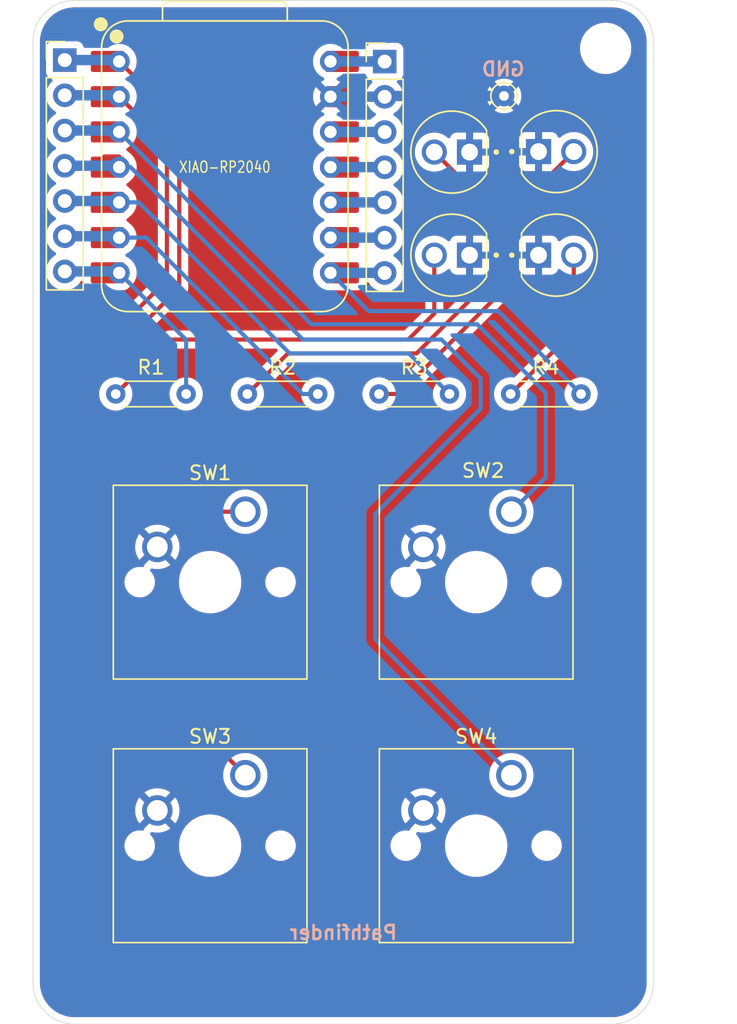
<source format=kicad_pcb>
(kicad_pcb (version 20241229) (generator "pcbnew") (generator_version "9.0")
  (title_block (title "GridCore") (company "Rainier P.S."))
  (layers (0 "F.Cu" signal) (2 "B.Cu" signal) (13 "F.Paste" user) (15 "B.Paste" user) (5 "F.SilkS" user "F.Silkscreen") (7 "B.SilkS" user "B.Silkscreen") (1 "F.Mask" user) (3 "B.Mask" user) (25 "Edge.Cuts" user))
  (net 0 "")
  (net 1 "Net-(D1-PadA)")
  (net 2 "GND")
  (net 3 "Net-(D2-PadA)")
  (net 4 "Net-(D3-PadA)")
  (net 5 "Net-(D4-PadA)")
  (net 6 "/LED1")
  (net 7 "/LED2")
  (net 8 "/LED3")
  (net 9 "/LED4")
  (net 10 "/Button1")
  (net 11 "/Button2")
  (net 12 "/Button3")
  (net 13 "/Button4")
  (net 14 "Net-(J2-Pin_5)")
  (net 15 "Net-(J2-Pin_4)")
  (net 16 "Net-(J2-Pin_3)")
  (net 17 "Net-(J2-Pin_1)")
  (net 18 "Net-(J2-Pin_6)")
  (footprint "Resistor_THT:R_Axial_DIN0204_L3.6mm_D1.6mm_P5.08mm_Horizontal" (layer "F.Cu") (at 148.1375 89.335)
    (property "Reference" "R2" (at 2.54 -1.92 0) (layer "F.SilkS"))
    (property "Value" "R")
    (fp_line (start 0.62 -0.92) (end 4.46 -0.92) (stroke (width 0.12)) (layer "F.SilkS"))
    (fp_line (start 0.62 0.92) (end 4.46 0.92) (stroke (width 0.12)) (layer "F.SilkS"))
    (pad "1" thru_hole circle (at 0 0) (size 1.4 1.4) (drill 0.7) (layers "*.Cu" "*.Mask") (net 3 "Net-(D2-PadA)"))
    (pad "2" thru_hole circle (at 5.08 0) (size 1.4 1.4) (drill 0.7) (layers "*.Cu" "*.Mask") (net 7 "/LED2"))
  )
  (footprint "Resistor_THT:R_Axial_DIN0204_L3.6mm_D1.6mm_P5.08mm_Horizontal" (layer "F.Cu") (at 138.6425 89.335)
    (property "Reference" "R1" (at 2.54 -1.92 0) (layer "F.SilkS"))
    (property "Value" "R")
    (fp_line (start 0.62 -0.92) (end 4.46 -0.92) (stroke (width 0.12)) (layer "F.SilkS"))
    (fp_line (start 0.62 0.92) (end 4.46 0.92) (stroke (width 0.12)) (layer "F.SilkS"))
    (pad "1" thru_hole circle (at 0 0) (size 1.4 1.4) (drill 0.7) (layers "*.Cu" "*.Mask") (net 1 "Net-(D1-PadA)"))
    (pad "2" thru_hole circle (at 5.08 0) (size 1.4 1.4) (drill 0.7) (layers "*.Cu" "*.Mask") (net 6 "/LED1"))
  )
  (footprint "Button_Switch_Keyboard:SW_Cherry_MX_1.00u_PCB" (layer "F.Cu") (at 167.1825 116.82)
    (property "Reference" "SW4" (at -2.54 -2.794 0) (layer "F.SilkS"))
    (property "Value" "SW_Push")
    (fp_line (start -9.525 -1.905) (end 4.445 -1.905) (stroke (width 0.12)) (layer "F.SilkS"))
    (fp_line (start -9.525 12.065) (end -9.525 -1.905) (stroke (width 0.12)) (layer "F.SilkS"))
    (fp_line (start 4.445 -1.905) (end 4.445 12.065) (stroke (width 0.12)) (layer "F.SilkS"))
    (fp_line (start 4.445 12.065) (end -9.525 12.065) (stroke (width 0.12)) (layer "F.SilkS"))
    (pad "" np_thru_hole circle (at -7.62 5.08) (size 1.7 1.7) (drill 1.7) (layers "*.Cu" "*.Mask"))
    (pad "" np_thru_hole circle (at -2.54 5.08) (size 4 4) (drill 4) (layers "*.Cu" "*.Mask"))
    (pad "" np_thru_hole circle (at 2.54 5.08) (size 1.7 1.7) (drill 1.7) (layers "*.Cu" "*.Mask"))
    (pad "1" thru_hole circle (at 0 0) (size 2.2 2.2) (drill 1.5) (layers "*.Cu" "*.Mask") (net 13 "/Button4"))
    (pad "2" thru_hole circle (at -6.35 2.54) (size 2.2 2.2) (drill 1.5) (layers "*.Cu" "*.Mask") (net 2 "GND"))
  )
  (footprint "Resistor_THT:R_Axial_DIN0204_L3.6mm_D1.6mm_P5.08mm_Horizontal" (layer "F.Cu") (at 157.6375 89.335)
    (property "Reference" "R3" (at 2.54 -1.92 0) (layer "F.SilkS"))
    (property "Value" "R")
    (fp_line (start 0.62 -0.92) (end 4.46 -0.92) (stroke (width 0.12)) (layer "F.SilkS"))
    (fp_line (start 0.62 0.92) (end 4.46 0.92) (stroke (width 0.12)) (layer "F.SilkS"))
    (pad "1" thru_hole circle (at 0 0) (size 1.4 1.4) (drill 0.7) (layers "*.Cu" "*.Mask") (net 4 "Net-(D3-PadA)"))
    (pad "2" thru_hole circle (at 5.08 0) (size 1.4 1.4) (drill 0.7) (layers "*.Cu" "*.Mask") (net 8 "/LED3"))
  )
  (footprint "Footprints:LEDRD254W57D500H1070" (layer "F.Cu") (at 170.4125 79.325106)
    (property "Reference" "D4" (hide yes))
    (property "Value" "L08R5000Q1")
    (fp_line (start -2.5 -1.566) (end -2.5 1.566) (stroke (width 0.127)) (layer "F.SilkS"))
    (fp_arc (start -2.5 -1.566) (mid 2.961291 0) (end -2.5 1.566) (stroke (width 0.127)) (layer "F.SilkS"))
    (fp_circle (center -3.2 0) (end -3.1 0) (stroke (width 0.2)) (fill no) (layer "F.SilkS"))
    (pad "A" thru_hole circle (at 1.27 0) (size 1.815 1.815) (drill 1.21) (layers "*.Cu" "*.Mask") (net 5 "Net-(D4-PadA)"))
    (pad "C" thru_hole rect (at -1.27 0) (size 1.815 1.815) (drill 1.21) (layers "*.Cu" "*.Mask") (net 2 "GND"))
  )
  (footprint "Resistor_THT:R_Axial_DIN0204_L3.6mm_D1.6mm_P5.08mm_Horizontal" (layer "F.Cu") (at 167.1275 89.335)
    (property "Reference" "R4" (at 2.54 -1.92 0) (layer "F.SilkS"))
    (property "Value" "R")
    (fp_line (start 0.62 -0.92) (end 4.46 -0.92) (stroke (width 0.12)) (layer "F.SilkS"))
    (fp_line (start 0.62 0.92) (end 4.46 0.92) (stroke (width 0.12)) (layer "F.SilkS"))
    (pad "1" thru_hole circle (at 0 0) (size 1.4 1.4) (drill 0.7) (layers "*.Cu" "*.Mask") (net 5 "Net-(D4-PadA)"))
    (pad "2" thru_hole circle (at 5.08 0) (size 1.4 1.4) (drill 0.7) (layers "*.Cu" "*.Mask") (net 9 "/LED4"))
  )
  (footprint "Footprints:XIAO-RP2040-DIP" (layer "F.Cu") (at 146.5125 72.98)
    (property "Reference" "XIAO-RP2040" (at 0 0 0) (layer "F.SilkS") (effects (font (size 0.8 0.635) (thickness 0.1016))))
    (property "Value" "XIAO-RP2040-DIP")
    (fp_line (start -8.89 8.509) (end -8.89 -8.636) (stroke (width 0.127)) (layer "F.SilkS"))
    (fp_line (start -6.985 10.414) (end 6.985 10.414) (stroke (width 0.127)) (layer "F.SilkS"))
    (fp_line (start -4.495 -10.541) (end -4.491272 -11.451272) (stroke (width 0.127)) (layer "F.SilkS"))
    (fp_line (start -3.991272 -11.951) (end 4.004 -11.951) (stroke (width 0.127)) (layer "F.SilkS"))
    (fp_line (start 4.504 -11.451) (end 4.504 -10.541) (stroke (width 0.127)) (layer "F.SilkS"))
    (fp_line (start 6.985 -10.541) (end -6.985 -10.541) (stroke (width 0.1)) (layer "F.SilkS"))
    (fp_line (start 6.985 -10.541) (end -6.985 -10.541) (stroke (width 0.127)) (layer "F.SilkS"))
    (fp_line (start 8.89 8.509) (end 8.89 -8.636) (stroke (width 0.127)) (layer "F.SilkS"))
    (fp_arc (start -8.89 -8.636) (mid -8.332038 -9.983038) (end -6.985 -10.541) (stroke (width 0.127)) (layer "F.SilkS"))
    (fp_arc (start -6.985 10.414) (mid -8.332038 9.856038) (end -8.89 8.509) (stroke (width 0.127)) (layer "F.SilkS"))
    (fp_arc (start -4.491272 -11.451272) (mid -4.344728 -11.80464) (end -3.991272 -11.951) (stroke (width 0.127)) (layer "F.SilkS"))
    (fp_arc (start 4.004 -11.951) (mid 4.357553 -11.804553) (end 4.504 -11.451) (stroke (width 0.127)) (layer "F.SilkS"))
    (fp_arc (start 6.985 -10.541) (mid 8.332038 -9.983038) (end 8.89 -8.636) (stroke (width 0.127)) (layer "F.SilkS"))
    (fp_arc (start 8.89 8.509) (mid 8.332038 9.856038) (end 6.985 10.414) (stroke (width 0.127)) (layer "F.SilkS"))
    (fp_circle (center -8.95 -10.3) (end -8.95 -10.554) (stroke (width 0.5)) (fill yes) (layer "F.SilkS"))
    (fp_circle (center -7.807 -9.42) (end -7.807 -9.674) (stroke (width 0.5)) (fill yes) (layer "F.SilkS"))
    (pad "1" smd roundrect (at -8.455 -7.62 180) (size 2.432 1.524) (layers "F.Cu" "F.Mask") (roundrect_rratio 0.1) (net 10 "/Button1"))
    (pad "1" thru_hole circle (at -7.62 -7.62 180) (size 1.524 1.524) (drill 0.889) (layers "*.Cu" "*.Mask") (net 10 "/Button1"))
    (pad "2" smd roundrect (at -8.455 -5.08 180) (size 2.432 1.524) (layers "F.Cu" "F.Mask") (roundrect_rratio 0.1) (net 12 "/Button3"))
    (pad "2" thru_hole circle (at -7.62 -5.08 180) (size 1.524 1.524) (drill 0.889) (layers "*.Cu" "*.Mask") (net 12 "/Button3"))
    (pad "3" smd roundrect (at -8.455 -2.54 180) (size 2.432 1.524) (layers "F.Cu" "F.Mask") (roundrect_rratio 0.1) (net 11 "/Button2"))
    (pad "3" thru_hole circle (at -7.62 -2.54 180) (size 1.524 1.524) (drill 0.889) (layers "*.Cu" "*.Mask") (net 11 "/Button2"))
    (pad "4" smd roundrect (at -8.455 0 180) (size 2.432 1.524) (layers "F.Cu" "F.Mask") (roundrect_rratio 0.1) (net 13 "/Button4"))
    (pad "4" thru_hole circle (at -7.62 0 180) (size 1.524 1.524) (drill 0.889) (layers "*.Cu" "*.Mask") (net 13 "/Button4"))
    (pad "5" smd roundrect (at -8.455 2.54 180) (size 2.432 1.524) (layers "F.Cu" "F.Mask") (roundrect_rratio 0.1) (net 8 "/LED3"))
    (pad "5" thru_hole circle (at -7.62 2.54 180) (size 1.524 1.524) (drill 0.889) (layers "*.Cu" "*.Mask") (net 8 "/LED3"))
    (pad "6" smd roundrect (at -8.455 5.08 180) (size 2.432 1.524) (layers "F.Cu" "F.Mask") (roundrect_rratio 0.1) (net 7 "/LED2"))
    (pad "6" thru_hole circle (at -7.62 5.08 180) (size 1.524 1.524) (drill 0.889) (layers "*.Cu" "*.Mask") (net 7 "/LED2"))
    (pad "7" smd roundrect (at -8.455 7.62 180) (size 2.432 1.524) (layers "F.Cu" "F.Mask") (roundrect_rratio 0.1) (net 6 "/LED1"))
    (pad "7" thru_hole circle (at -7.62 7.62 180) (size 1.524 1.524) (drill 0.889) (layers "*.Cu" "*.Mask") (net 6 "/LED1"))
    (pad "8" thru_hole circle (at 7.62 7.62) (size 1.524 1.524) (drill 0.889) (layers "*.Cu" "*.Mask") (net 9 "/LED4"))
    (pad "8" smd roundrect (at 8.455 7.62) (size 2.432 1.524) (layers "F.Cu" "F.Mask") (roundrect_rratio 0.1) (net 9 "/LED4"))
    (pad "9" thru_hole circle (at 7.62 5.08) (size 1.524 1.524) (drill 0.889) (layers "*.Cu" "*.Mask") (net 18 "Net-(J2-Pin_6)"))
    (pad "9" smd roundrect (at 8.455 5.08) (size 2.432 1.524) (layers "F.Cu" "F.Mask") (roundrect_rratio 0.1) (net 18 "Net-(J2-Pin_6)"))
    (pad "10" thru_hole circle (at 7.62 2.54) (size 1.524 1.524) (drill 0.889) (layers "*.Cu" "*.Mask") (net 14 "Net-(J2-Pin_5)"))
    (pad "10" smd roundrect (at 8.455 2.54) (size 2.432 1.524) (layers "F.Cu" "F.Mask") (roundrect_rratio 0.1) (net 14 "Net-(J2-Pin_5)"))
    (pad "11" thru_hole circle (at 7.62 0) (size 1.524 1.524) (drill 0.889) (layers "*.Cu" "*.Mask") (net 15 "Net-(J2-Pin_4)"))
    (pad "11" smd roundrect (at 8.455 0) (size 2.432 1.524) (layers "F.Cu" "F.Mask") (roundrect_rratio 0.1) (net 15 "Net-(J2-Pin_4)"))
    (pad "12" thru_hole circle (at 7.62 -2.54) (size 1.524 1.524) (drill 0.889) (layers "*.Cu" "*.Mask") (net 16 "Net-(J2-Pin_3)"))
    (pad "12" smd roundrect (at 8.455 -2.54) (size 2.432 1.524) (layers "F.Cu" "F.Mask") (roundrect_rratio 0.1) (net 16 "Net-(J2-Pin_3)"))
    (pad "13" thru_hole circle (at 7.62 -5.08) (size 1.524 1.524) (drill 0.889) (layers "*.Cu" "*.Mask") (net 2 "GND"))
    (pad "13" smd roundrect (at 8.455 -5.08) (size 2.432 1.524) (layers "F.Cu" "F.Mask") (roundrect_rratio 0.1) (net 2 "GND"))
    (pad "14" thru_hole circle (at 7.62 -7.62) (size 1.524 1.524) (drill 0.889) (layers "*.Cu" "*.Mask") (net 17 "Net-(J2-Pin_1)"))
    (pad "14" smd roundrect (at 8.455 -7.62) (size 2.432 1.524) (layers "F.Cu" "F.Mask") (roundrect_rratio 0.1) (net 17 "Net-(J2-Pin_1)"))
  )
  (footprint "Footprints:LEDRD254W57D500H1070" (layer "F.Cu") (at 162.8925 79.325106 180)
    (property "Reference" "D1" (hide yes))
    (property "Value" "L08R5000Q1")
    (fp_line (start -2.5 -1.566) (end -2.5 1.566) (stroke (width 0.127)) (layer "F.SilkS"))
    (fp_arc (start -2.5 -1.566) (mid 2.961291 0) (end -2.5 1.566) (stroke (width 0.127)) (layer "F.SilkS"))
    (fp_circle (center -3.2 0) (end -3.1 0) (stroke (width 0.2)) (fill no) (layer "F.SilkS"))
    (pad "A" thru_hole circle (at 1.27 0 180) (size 1.815 1.815) (drill 1.21) (layers "*.Cu" "*.Mask") (net 1 "Net-(D1-PadA)"))
    (pad "C" thru_hole rect (at -1.27 0 180) (size 1.815 1.815) (drill 1.21) (layers "*.Cu" "*.Mask") (net 2 "GND"))
  )
  (footprint "MountingHole:MountingHole_3.2mm_M3" (layer "F.Cu") (at 173.9825 64.42)
    (property "Reference" "REF**" (hide yes))
    (property "Value" "MountingHole_3.2mm_M3")
    (pad "" np_thru_hole circle (at 0 0) (size 3.2 3.2) (drill 3.2) (layers "*.Cu" "*.Mask"))
  )
  (footprint "Footprints:LEDRD254W57D500H1070" (layer "F.Cu") (at 162.8925 71.894894 180)
    (property "Reference" "D2" (hide yes))
    (property "Value" "L08R5000Q1")
    (fp_line (start -2.5 -1.566) (end -2.5 1.566) (stroke (width 0.127)) (layer "F.SilkS"))
    (fp_arc (start -2.5 -1.566) (mid 2.961291 0) (end -2.5 1.566) (stroke (width 0.127)) (layer "F.SilkS"))
    (fp_circle (center -3.2 0) (end -3.1 0) (stroke (width 0.2)) (fill no) (layer "F.SilkS"))
    (pad "A" thru_hole circle (at 1.27 0 180) (size 1.815 1.815) (drill 1.21) (layers "*.Cu" "*.Mask") (net 3 "Net-(D2-PadA)"))
    (pad "C" thru_hole rect (at -1.27 0 180) (size 1.815 1.815) (drill 1.21) (layers "*.Cu" "*.Mask") (net 2 "GND"))
  )
  (footprint "Button_Switch_Keyboard:SW_Cherry_MX_1.00u_PCB" (layer "F.Cu") (at 167.1825 97.82)
    (property "Reference" "SW2" (at -2.04 -2.96 0) (layer "F.SilkS"))
    (property "Value" "SW_Push")
    (fp_line (start -9.525 -1.905) (end 4.445 -1.905) (stroke (width 0.12)) (layer "F.SilkS"))
    (fp_line (start -9.525 12.065) (end -9.525 -1.905) (stroke (width 0.12)) (layer "F.SilkS"))
    (fp_line (start 4.445 -1.905) (end 4.445 12.065) (stroke (width 0.12)) (layer "F.SilkS"))
    (fp_line (start 4.445 12.065) (end -9.525 12.065) (stroke (width 0.12)) (layer "F.SilkS"))
    (pad "" np_thru_hole circle (at -7.62 5.08) (size 1.7 1.7) (drill 1.7) (layers "*.Cu" "*.Mask"))
    (pad "" np_thru_hole circle (at -2.54 5.08) (size 4 4) (drill 4) (layers "*.Cu" "*.Mask"))
    (pad "" np_thru_hole circle (at 2.54 5.08) (size 1.7 1.7) (drill 1.7) (layers "*.Cu" "*.Mask"))
    (pad "1" thru_hole circle (at 0 0) (size 2.2 2.2) (drill 1.5) (layers "*.Cu" "*.Mask") (net 11 "/Button2"))
    (pad "2" thru_hole circle (at -6.35 2.54) (size 2.2 2.2) (drill 1.5) (layers "*.Cu" "*.Mask") (net 2 "GND"))
  )
  (footprint "TestPoint:TestPoint_THTPad_D1.5mm_Drill0.7mm" (layer "F.Cu") (at 166.65 67.85)
    (property "Reference" "J3" (hide yes))
    (property "Value" "Conn_01x01")
    (fp_circle (center 0 0) (end 0 0.95) (stroke (width 0.12)) (fill no) (layer "F.SilkS"))
    (pad "1" thru_hole circle (at 0 0) (size 1.5 1.5) (drill 0.7) (layers "*.Cu" "*.Mask") (net 2 "GND"))
  )
  (footprint "Footprints:PinHeader_1x07_P2.54mm_Vertical" (layer "F.Cu") (at 134.9675 65.26)
    (property "Reference" "J1" (hide yes))
    (property "Value" "Conn_01x07")
    (fp_line (start -1.33 -1.33) (end 0 -1.33) (stroke (width 0.12)) (layer "F.SilkS"))
    (fp_line (start -1.33 0) (end -1.33 -1.33) (stroke (width 0.12)) (layer "F.SilkS"))
    (fp_line (start -1.33 1.27) (end -1.33 16.57) (stroke (width 0.12)) (layer "F.SilkS"))
    (fp_line (start -1.33 1.27) (end 1.33 1.27) (stroke (width 0.12)) (layer "F.SilkS"))
    (fp_line (start -1.33 16.57) (end 1.33 16.57) (stroke (width 0.12)) (layer "F.SilkS"))
    (fp_line (start 1.33 1.27) (end 1.33 16.57) (stroke (width 0.12)) (layer "F.SilkS"))
    (pad "1" thru_hole rect (at 0 0) (size 1.7 1.7) (drill 1) (layers "*.Cu" "*.Mask") (net 10 "/Button1"))
    (pad "2" thru_hole oval (at 0 2.54) (size 1.7 1.7) (drill 1) (layers "*.Cu" "*.Mask") (net 12 "/Button3"))
    (pad "3" thru_hole oval (at 0 5.08) (size 1.7 1.7) (drill 1) (layers "*.Cu" "*.Mask") (net 11 "/Button2"))
    (pad "4" thru_hole oval (at 0 7.62) (size 1.7 1.7) (drill 1) (layers "*.Cu" "*.Mask") (net 13 "/Button4"))
    (pad "5" thru_hole oval (at 0 10.16) (size 1.7 1.7) (drill 1) (layers "*.Cu" "*.Mask") (net 8 "/LED3"))
    (pad "6" thru_hole oval (at 0 12.7) (size 1.7 1.7) (drill 1) (layers "*.Cu" "*.Mask") (net 7 "/LED2"))
    (pad "7" thru_hole oval (at 0 15.24) (size 1.7 1.7) (drill 1) (layers "*.Cu" "*.Mask") (net 6 "/LED1"))
  )
  (footprint "Footprints:PinHeader_1x07_P2.54mm_Vertical" (layer "F.Cu") (at 158.0425 65.37)
    (property "Reference" "J2" (hide yes))
    (property "Value" "Conn_01x07")
    (fp_line (start -1.33 -1.33) (end 0 -1.33) (stroke (width 0.12)) (layer "F.SilkS"))
    (fp_line (start -1.33 0) (end -1.33 -1.33) (stroke (width 0.12)) (layer "F.SilkS"))
    (fp_line (start -1.33 1.27) (end -1.33 16.57) (stroke (width 0.12)) (layer "F.SilkS"))
    (fp_line (start -1.33 1.27) (end 1.33 1.27) (stroke (width 0.12)) (layer "F.SilkS"))
    (fp_line (start -1.33 16.57) (end 1.33 16.57) (stroke (width 0.12)) (layer "F.SilkS"))
    (fp_line (start 1.33 1.27) (end 1.33 16.57) (stroke (width 0.12)) (layer "F.SilkS"))
    (pad "1" thru_hole rect (at 0 0) (size 1.7 1.7) (drill 1) (layers "*.Cu" "*.Mask") (net 17 "Net-(J2-Pin_1)"))
    (pad "2" thru_hole oval (at 0 2.54) (size 1.7 1.7) (drill 1) (layers "*.Cu" "*.Mask") (net 2 "GND"))
    (pad "3" thru_hole oval (at 0 5.08) (size 1.7 1.7) (drill 1) (layers "*.Cu" "*.Mask") (net 16 "Net-(J2-Pin_3)"))
    (pad "4" thru_hole oval (at 0 7.62) (size 1.7 1.7) (drill 1) (layers "*.Cu" "*.Mask") (net 15 "Net-(J2-Pin_4)"))
    (pad "5" thru_hole oval (at 0 10.16) (size 1.7 1.7) (drill 1) (layers "*.Cu" "*.Mask") (net 14 "Net-(J2-Pin_5)"))
    (pad "6" thru_hole oval (at 0 12.7) (size 1.7 1.7) (drill 1) (layers "*.Cu" "*.Mask") (net 18 "Net-(J2-Pin_6)"))
    (pad "7" thru_hole oval (at 0 15.24) (size 1.7 1.7) (drill 1) (layers "*.Cu" "*.Mask") (net 9 "/LED4"))
  )
  (footprint "Button_Switch_Keyboard:SW_Cherry_MX_1.00u_PCB" (layer "F.Cu") (at 147.9925 97.82)
    (property "Reference" "SW1" (at -2.54 -2.794 0) (layer "F.SilkS"))
    (property "Value" "SW_Push")
    (fp_line (start -9.525 -1.905) (end 4.445 -1.905) (stroke (width 0.12)) (layer "F.SilkS"))
    (fp_line (start -9.525 12.065) (end -9.525 -1.905) (stroke (width 0.12)) (layer "F.SilkS"))
    (fp_line (start 4.445 -1.905) (end 4.445 12.065) (stroke (width 0.12)) (layer "F.SilkS"))
    (fp_line (start 4.445 12.065) (end -9.525 12.065) (stroke (width 0.12)) (layer "F.SilkS"))
    (pad "" np_thru_hole circle (at -7.62 5.08) (size 1.7 1.7) (drill 1.7) (layers "*.Cu" "*.Mask"))
    (pad "" np_thru_hole circle (at -2.54 5.08) (size 4 4) (drill 4) (layers "*.Cu" "*.Mask"))
    (pad "" np_thru_hole circle (at 2.54 5.08) (size 1.7 1.7) (drill 1.7) (layers "*.Cu" "*.Mask"))
    (pad "1" thru_hole circle (at 0 0) (size 2.2 2.2) (drill 1.5) (layers "*.Cu" "*.Mask") (net 10 "/Button1"))
    (pad "2" thru_hole circle (at -6.35 2.54) (size 2.2 2.2) (drill 1.5) (layers "*.Cu" "*.Mask") (net 2 "GND"))
  )
  (footprint "Footprints:LEDRD254W57D500H1070" (layer "F.Cu") (at 170.4125 71.86)
    (property "Reference" "D3" (hide yes))
    (property "Value" "L08R5000Q1")
    (fp_line (start -2.5 -1.566) (end -2.5 1.566) (stroke (width 0.127)) (layer "F.SilkS"))
    (fp_arc (start -2.5 -1.566) (mid 2.961291 0) (end -2.5 1.566) (stroke (width 0.127)) (layer "F.SilkS"))
    (fp_circle (center -3.2 0) (end -3.1 0) (stroke (width 0.2)) (fill no) (layer "F.SilkS"))
    (pad "A" thru_hole circle (at 1.27 0) (size 1.815 1.815) (drill 1.21) (layers "*.Cu" "*.Mask") (net 4 "Net-(D3-PadA)"))
    (pad "C" thru_hole rect (at -1.27 0) (size 1.815 1.815) (drill 1.21) (layers "*.Cu" "*.Mask") (net 2 "GND"))
  )
  (footprint "Button_Switch_Keyboard:SW_Cherry_MX_1.00u_PCB" (layer "F.Cu") (at 147.9925 116.82)
    (property "Reference" "SW3" (at -2.54 -2.794 0) (layer "F.SilkS"))
    (property "Value" "SW_Push")
    (fp_line (start -9.525 -1.905) (end 4.445 -1.905) (stroke (width 0.12)) (layer "F.SilkS"))
    (fp_line (start -9.525 12.065) (end -9.525 -1.905) (stroke (width 0.12)) (layer "F.SilkS"))
    (fp_line (start 4.445 -1.905) (end 4.445 12.065) (stroke (width 0.12)) (layer "F.SilkS"))
    (fp_line (start 4.445 12.065) (end -9.525 12.065) (stroke (width 0.12)) (layer "F.SilkS"))
    (pad "" np_thru_hole circle (at -7.62 5.08) (size 1.7 1.7) (drill 1.7) (layers "*.Cu" "*.Mask"))
    (pad "" np_thru_hole circle (at -2.54 5.08) (size 4 4) (drill 4) (layers "*.Cu" "*.Mask"))
    (pad "" np_thru_hole circle (at 2.54 5.08) (size 1.7 1.7) (drill 1.7) (layers "*.Cu" "*.Mask"))
    (pad "1" thru_hole circle (at 0 0) (size 2.2 2.2) (drill 1.5) (layers "*.Cu" "*.Mask") (net 12 "/Button3"))
    (pad "2" thru_hole circle (at -6.35 2.54) (size 2.2 2.2) (drill 1.5) (layers "*.Cu" "*.Mask") (net 2 "GND"))
  )
  (gr_arc (start 174.4425 60.96) (mid 176.56382 61.83868) (end 177.4425 63.96) (stroke (width 0.05)) (layer "Edge.Cuts"))
  (gr_line (start 174.4425 134.76) (end 135.6725 134.76) (stroke (width 0.05)) (layer "Edge.Cuts"))
  (gr_line (start 135.6725 60.96) (end 174.4425 60.96) (stroke (width 0.05)) (layer "Edge.Cuts"))
  (gr_line (start 132.6725 131.76) (end 132.6725 63.96) (stroke (width 0.05)) (layer "Edge.Cuts"))
  (gr_arc (start 135.6725 134.76) (mid 133.55118 133.88132) (end 132.6725 131.76) (stroke (width 0.05)) (layer "Edge.Cuts"))
  (gr_arc (start 132.6725 63.96) (mid 133.55118 61.83868) (end 135.6725 60.96) (stroke (width 0.05)) (layer "Edge.Cuts"))
  (gr_arc (start 177.4425 131.76) (mid 176.56382 133.88132) (end 174.4425 134.76) (stroke (width 0.05)) (layer "Edge.Cuts"))
  (gr_line (start 177.4425 63.96) (end 177.4425 131.76) (stroke (width 0.05)) (layer "Edge.Cuts"))
  (gr_text "Pathfinder" (at 159.05 128.75 0) (layer "B.SilkS") (effects (font (size 1 1) (thickness 0.2) (bold yes)) (justify left bottom mirror)))
  (gr_text "GND" (at 168.25 66.5 0) (layer "B.SilkS") (effects (font (size 1 1) (thickness 0.2) (bold yes)) (justify left bottom mirror)))
  (segment (start 142.5675 85.41) (end 159.7425 85.41) (width 0.3) (layer "F.Cu") (net 1))
  (segment (start 161.6225 83.53) (end 161.6225 79.325106) (width 0.3) (layer "F.Cu") (net 1))
  (segment (start 159.7425 85.41) (end 161.6225 83.53) (width 0.3) (layer "F.Cu") (net 1))
  (segment (start 138.6425 89.335) (end 142.5675 85.41) (width 0.3) (layer "F.Cu") (net 1))
  (segment (start 169.1425 79.325106) (end 169.1425 71.86) (width 0.5) (layer "B.Cu") (net 2))
  (segment (start 169.1425 70.3425) (end 166.65 67.85) (width 0.5) (layer "B.Cu") (net 2))
  (segment (start 164.1625 79.325106) (end 169.1425 79.325106) (width 0.5) (layer "B.Cu") (net 2))
  (segment (start 169.1425 71.86) (end 169.1425 70.3425) (width 0.5) (layer "B.Cu") (net 2))
  (segment (start 158.0325 67.9) (end 158.0425 67.91) (width 0.75) (layer "B.Cu") (net 2))
  (segment (start 169.107606 71.894894) (end 169.1425 71.86) (width 0.5) (layer "B.Cu") (net 2))
  (segment (start 164.1625 71.894894) (end 164.1625 79.325106) (width 0.5) (layer "B.Cu") (net 2))
  (segment (start 166.65 67.85) (end 158.1025 67.85) (width 0.75) (layer "B.Cu") (net 2))
  (segment (start 154.1325 67.9) (end 158.0325 67.9) (width 0.75) (layer "B.Cu") (net 2))
  (segment (start 164.1625 70.3375) (end 166.65 67.85) (width 0.5) (layer "B.Cu") (net 2))
  (segment (start 164.1625 71.894894) (end 164.1625 70.3375) (width 0.5) (layer "B.Cu") (net 2))
  (segment (start 158.1025 67.85) (end 158.0425 67.91) (width 0.75) (layer "B.Cu") (net 2))
  (segment (start 164.1625 71.894894) (end 169.107606 71.894894) (width 0.5) (layer "B.Cu") (net 2))
  (segment (start 166.1425 80.61) (end 166.1425 76.414894) (width 0.3) (layer "F.Cu") (net 3))
  (segment (start 148.1375 89.335) (end 151.0625 86.41) (width 0.3) (layer "F.Cu") (net 3))
  (segment (start 160.3425 86.41) (end 166.1425 80.61) (width 0.3) (layer "F.Cu") (net 3))
  (segment (start 151.0625 86.41) (end 160.3425 86.41) (width 0.3) (layer "F.Cu") (net 3))
  (segment (start 166.1425 76.414894) (end 161.6225 71.894894) (width 0.3) (layer "F.Cu") (net 3))
  (segment (start 159.0925 89.335) (end 167.1425 81.285) (width 0.3) (layer "F.Cu") (net 4))
  (segment (start 157.6375 89.335) (end 159.0925 89.335) (width 0.3) (layer "F.Cu") (net 4))
  (segment (start 167.1425 76.4) (end 171.6825 71.86) (width 0.3) (layer "F.Cu") (net 4))
  (segment (start 167.1425 81.285) (end 167.1425 76.4) (width 0.3) (layer "F.Cu") (net 4))
  (segment (start 171.6825 79.325106) (end 171.6825 84.78) (width 0.3) (layer "F.Cu") (net 5))
  (segment (start 171.6825 84.78) (end 167.1275 89.335) (width 0.3) (layer "F.Cu") (net 5))
  (segment (start 134.9675 80.5) (end 138.7925 80.5) (width 0.75) (layer "B.Cu") (net 6))
  (segment (start 138.7925 80.5) (end 138.8925 80.6) (width 0.75) (layer "B.Cu") (net 6))
  (segment (start 138.8925 80.6) (end 143.7225 85.43) (width 0.3) (layer "B.Cu") (net 6))
  (segment (start 143.7225 89.335) (end 143.7225 85.43) (width 0.3) (layer "B.Cu") (net 6))
  (segment (start 134.9675 77.96) (end 138.7925 77.96) (width 0.75) (layer "B.Cu") (net 7))
  (segment (start 152.1175 89.335) (end 140.8425 78.06) (width 0.3) (layer "B.Cu") (net 7))
  (segment (start 140.8425 78.06) (end 138.8925 78.06) (width 0.3) (layer "B.Cu") (net 7))
  (segment (start 138.7925 77.96) (end 138.8925 78.06) (width 0.75) (layer "B.Cu") (net 7))
  (segment (start 153.2175 89.335) (end 152.1175 89.335) (width 0.3) (layer "B.Cu") (net 7))
  (segment (start 162.7175 89.335) (end 159.7925 86.41) (width 0.3) (layer "B.Cu") (net 8))
  (segment (start 134.9675 75.42) (end 138.7925 75.42) (width 0.75) (layer "B.Cu") (net 8))
  (segment (start 138.7925 75.42) (end 138.8925 75.52) (width 0.75) (layer "B.Cu") (net 8))
  (segment (start 151.1925 86.41) (end 140.3025 75.52) (width 0.3) (layer "B.Cu") (net 8))
  (segment (start 159.7925 86.41) (end 151.1925 86.41) (width 0.3) (layer "B.Cu") (net 8))
  (segment (start 140.3025 75.52) (end 138.8925 75.52) (width 0.3) (layer "B.Cu") (net 8))
  (segment (start 158.0325 80.6) (end 158.0425 80.61) (width 0.75) (layer "B.Cu") (net 9))
  (segment (start 156.8925 83.36) (end 154.1325 80.6) (width 0.3) (layer "B.Cu") (net 9))
  (segment (start 166.2325 83.36) (end 156.8925 83.36) (width 0.3) (layer "B.Cu") (net 9))
  (segment (start 172.2075 89.335) (end 166.2325 83.36) (width 0.3) (layer "B.Cu") (net 9))
  (segment (start 154.1325 80.6) (end 158.0325 80.6) (width 0.75) (layer "B.Cu") (net 9))
  (segment (start 143.2225 69.69) (end 138.8925 65.36) (width 0.3) (layer "F.Cu") (net 10))
  (segment (start 143.2225 81.6775) (end 143.2225 69.69) (width 0.3) (layer "F.Cu") (net 10))
  (segment (start 136.05 92.2875) (end 136.05 88.85) (width 0.3) (layer "F.Cu") (net 10))
  (segment (start 147.9925 97.82) (end 141.5825 97.82) (width 0.3) (layer "F.Cu") (net 10))
  (segment (start 136.05 88.85) (end 143.2225 81.6775) (width 0.3) (layer "F.Cu") (net 10))
  (segment (start 141.5825 97.82) (end 136.05 92.2875) (width 0.3) (layer "F.Cu") (net 10))
  (segment (start 134.9675 65.26) (end 138.7925 65.26) (width 0.75) (layer "B.Cu") (net 10))
  (segment (start 138.7925 65.26) (end 138.8925 65.36) (width 0.75) (layer "B.Cu") (net 10))
  (segment (start 134.9675 70.34) (end 138.7925 70.34) (width 0.75) (layer "B.Cu") (net 11))
  (segment (start 169.6675 89.26) (end 164.7175 84.31) (width 0.3) (layer "B.Cu") (net 11))
  (segment (start 164.7175 84.31) (end 152.7625 84.31) (width 0.3) (layer "B.Cu") (net 11))
  (segment (start 138.7925 70.34) (end 138.8925 70.44) (width 0.75) (layer "B.Cu") (net 11))
  (segment (start 169.6675 95.335) (end 169.6675 89.26) (width 0.3) (layer "B.Cu") (net 11))
  (segment (start 152.7625 84.31) (end 138.8925 70.44) (width 0.3) (layer "B.Cu") (net 11))
  (segment (start 167.1825 97.82) (end 169.6675 95.335) (width 0.3) (layer "B.Cu") (net 11))
  (segment (start 135.1 103.9275) (end 135.1 88.35) (width 0.3) (layer "F.Cu") (net 12))
  (segment (start 142.3325 81.1175) (end 142.3325 71.34) (width 0.3) (layer "F.Cu") (net 12))
  (segment (start 147.9925 116.82) (end 135.1 103.9275) (width 0.3) (layer "F.Cu") (net 12))
  (segment (start 142.3325 71.34) (end 138.8925 67.9) (width 0.3) (layer "F.Cu") (net 12))
  (segment (start 135.1 88.35) (end 142.3325 81.1175) (width 0.3) (layer "F.Cu") (net 12))
  (segment (start 138.7925 67.8) (end 138.8925 67.9) (width 0.75) (layer "B.Cu") (net 12))
  (segment (start 134.9675 67.8) (end 138.7925 67.8) (width 0.75) (layer "B.Cu") (net 12))
  (segment (start 137.81487 72.2115) (end 138.8925 72.2115) (width 0.3) (layer "F.Cu") (net 13))
  (segment (start 162.1425 85.41) (end 152.1425 85.41) (width 0.3) (layer "B.Cu") (net 13))
  (segment (start 138.7925 72.88) (end 138.8925 72.98) (width 0.75) (layer "B.Cu") (net 13))
  (segment (start 167.1825 116.82) (end 157.3675 107.005) (width 0.3) (layer "B.Cu") (net 13))
  (segment (start 152.1425 85.41) (end 139.7125 72.98) (width 0.3) (layer "B.Cu") (net 13))
  (segment (start 164.9675 90.385) (end 164.9675 88.235) (width 0.3) (layer "B.Cu") (net 13))
  (segment (start 157.3675 107.005) (end 157.3675 97.985) (width 0.3) (layer "B.Cu") (net 13))
  (segment (start 139.7125 72.98) (end 138.8925 72.98) (width 0.3) (layer "B.Cu") (net 13))
  (segment (start 164.9675 88.235) (end 162.1425 85.41) (width 0.3) (layer "B.Cu") (net 13))
  (segment (start 157.3675 97.985) (end 164.9675 90.385) (width 0.3) (layer "B.Cu") (net 13))
  (segment (start 134.9675 72.88) (end 138.7925 72.88) (width 0.75) (layer "B.Cu") (net 13))
  (segment (start 158.0325 75.52) (end 158.0425 75.53) (width 0.75) (layer "B.Cu") (net 14))
  (segment (start 154.1325 75.52) (end 158.0325 75.52) (width 0.75) (layer "B.Cu") (net 14))
  (segment (start 154.1325 72.98) (end 158.0325 72.98) (width 0.75) (layer "B.Cu") (net 15))
  (segment (start 158.0325 72.98) (end 158.0425 72.99) (width 0.75) (layer "B.Cu") (net 15))
  (segment (start 158.0325 70.44) (end 158.0425 70.45) (width 0.75) (layer "B.Cu") (net 16))
  (segment (start 154.1325 70.44) (end 158.0325 70.44) (width 0.75) (layer "B.Cu") (net 16))
  (segment (start 158.0325 65.36) (end 158.0425 65.37) (width 0.75) (layer "B.Cu") (net 17))
  (segment (start 154.1325 65.36) (end 158.0325 65.36) (width 0.75) (layer "B.Cu") (net 17))
  (segment (start 158.0325 78.06) (end 158.0425 78.07) (width 0.75) (layer "B.Cu") (net 18))
  (segment (start 154.1325 78.06) (end 158.0325 78.06) (width 0.75) (layer "B.Cu") (net 18))
  (zone (net 2) (net_name "GND") (layers "F.Cu" "B.Cu") (connect_pads (clearance 0.5)) (min_thickness 0.25) (fill yes (thermal_gap 0.5) (thermal_bridge_width 0.5))
    (polygon (pts (xy 132.63 60.93) (xy 177.5 60.93) (xy 177.519986 134.686966) (xy 132.659986 134.666993)))
  )
)
</source>
